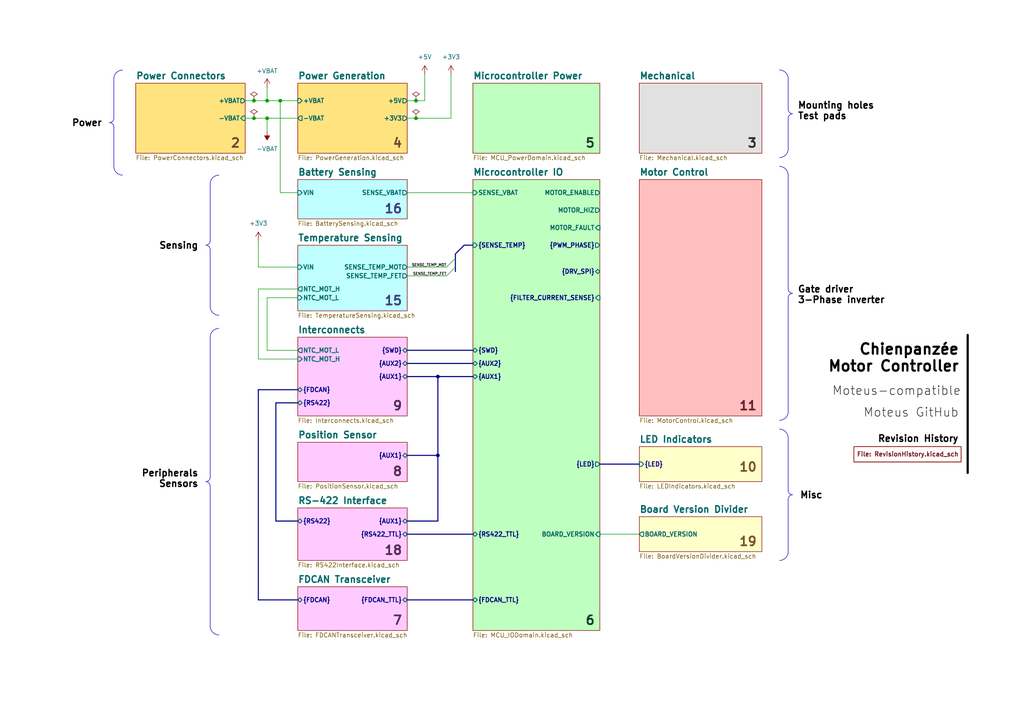
<source format=kicad_sch>
(kicad_sch (version 20230121) (generator eeschema)
  (paper "A4")
  (title_block (title "Controller Top Level") (date "2023-10-12") (company "EPFL Xplore") (comment 3 "Author: Vincent Nguyen"))
  (lib_symbols
    (symbol "0_power_symbols:+VBAT" (power) (pin_names (offset 0))
      (property "Value" "+VBAT" (at 0 3.556 0))
      (symbol "+VBAT_0_1"
        (polyline (pts (xy -0.762 1.27) (xy 0 2.54)))
        (polyline (pts (xy 0 0) (xy 0 2.54)))
        (polyline (pts (xy 0 2.54) (xy 0.762 1.27)))
      )
      (symbol "+VBAT_1_1"
        (pin power_in line (at 0 0 90) (length 0) hide (name "+VBAT") (number "1"))
      )
    )
    (symbol "0_power_symbols:-VBAT" (power) (pin_names (offset 0))
      (property "Value" "-VBAT" (at 0 3.81 0))
      (symbol "-VBAT_0_1"
        (polyline (pts (xy 0 0) (xy 0 1.27) (xy 0.762 1.27) (xy 0 2.54) (xy -0.762 1.27) (xy 0 1.27)) (fill (type outline)))
      )
      (symbol "-VBAT_1_0"
        (pin power_in line (at 0 0 90) (length 0) hide (name "-VBAT") (number "1"))
      )
    )
    (symbol "power:+3V3" (power) (pin_names (offset 0))
      (property "Value" "+3V3" (at 0 3.556 0))
      (symbol "+3V3_0_1"
        (polyline (pts (xy -0.762 1.27) (xy 0 2.54)))
        (polyline (pts (xy 0 0) (xy 0 2.54)))
        (polyline (pts (xy 0 2.54) (xy 0.762 1.27)))
      )
      (symbol "+3V3_1_1"
        (pin power_in line (at 0 0 90) (length 0) hide (name "+3V3") (number "1"))
      )
    )
    (symbol "power:+5V" (power) (pin_names (offset 0))
      (property "Value" "+5V" (at 0 3.556 0))
      (symbol "+5V_0_1"
        (polyline (pts (xy -0.762 1.27) (xy 0 2.54)))
        (polyline (pts (xy 0 0) (xy 0 2.54)))
        (polyline (pts (xy 0 2.54) (xy 0.762 1.27)))
      )
      (symbol "+5V_1_1"
        (pin power_in line (at 0 0 90) (length 0) hide (name "+5V") (number "1"))
      )
    )
    (symbol "power:PWR_FLAG" (power) (pin_numbers hide) (pin_names (offset 0) hide)
      (property "Value" "PWR_FLAG" (at 0 3.81 0))
      (symbol "PWR_FLAG_0_0"
        (pin power_out line (at 0 0 90) (length 0) (name "pwr") (number "1"))
      )
      (symbol "PWR_FLAG_0_1"
        (polyline (pts (xy 0 0) (xy 0 1.27) (xy -1.016 1.905) (xy 0 2.54) (xy 1.016 1.905) (xy 0 1.27)))
      )
    )
  )
  (bus_alias "FDCAN_TTL" (members "FDCAN_RX" "FDCAN_TX"))
  (bus_alias "AUX2" (members "AUX2_A" "AUX2_B" "AUX2_C" "AUX2_D" "AUX2_I2C_PULLUP"))
  (bus_alias "RS422" (members "RS422_A" "RS422_B" "RS422_Y" "RS422_Z"))
  (bus_alias "DRV_SPI" (members "DRC_SCLK" "DRV_MISO" "DRV_MOSI" "DRV_CS"))
  (bus_alias "AUX1" (members "AUX1_A" "AUX1_B" "AUX1_C" "AUX1_D" "AUX1_E" "AUX1_I2C_PULLUP" "POS_SENSOR_CS"))
  (bus_alias "FDCAN" (members "FDCAN_P" "FDCAN_N"))
  (bus_alias "LED" (members "LED1" "LED2"))
  (bus_alias "PWM_PHASE" (members "PWM_PHASEA" "PWM_PHASEB" "PWM_PHASEC"))
  (bus_alias "SENSE_TEMP" (members "SENSE_TEMP_MOT" "SENSE_TEMP_FET"))
  (bus_alias "RS422_TTL" (members "RS422_~{RE}" "RS422_DE"))
  (bus_alias "FILTER_CURRENT_SENSE" (members "FILTER_SOA" "FILTER_SOB" "FILTER_SOC"))
  (bus_alias "SWD" (members "SWCLK" "SWDIO" "NRST"))
  (junction (at 73.66 29.21))
  (junction (at 77.47 34.29))
  (junction (at 120.65 29.21))
  (junction (at 73.66 34.29))
  (junction (at 77.47 29.21))
  (junction (at 127 132.08))
  (junction (at 127 109.22))
  (junction (at 120.65 34.29))
  (junction (at 81.28 29.21))
  (bus_entry (at 129.54 77.47) (size 2.54 -2.54))
  (bus_entry (at 129.54 80.01) (size 2.54 -2.54))
  (wire (pts (xy 77.47 101.6) (xy 77.47 86.36)))
  (wire (pts (xy 118.11 55.88) (xy 137.16 55.88)))
  (bus (pts (xy 173.99 134.62) (xy 185.42 134.62)))
  (bus (pts (xy 132.08 73.66) (xy 132.08 74.93)))
  (wire (pts (xy 173.99 154.94) (xy 185.42 154.94)))
  (wire (pts (xy 73.66 34.29) (xy 77.47 34.29)))
  (polyline (pts (xy 228.6 142.24) (xy 228.6 127)))
  (wire (pts (xy 118.11 34.29) (xy 120.65 34.29)))
  (bus (pts (xy 132.08 74.93) (xy 132.08 77.47)))
  (polyline (pts (xy 60.96 69.85) (xy 60.96 53.34)))
  (wire (pts (xy 118.11 80.01) (xy 129.54 80.01)))
  (polyline (pts (xy 60.96 72.39) (xy 60.96 88.9)))
  (wire (pts (xy 77.47 86.36) (xy 86.36 86.36)))
  (bus (pts (xy 127 151.13) (xy 127 132.08)))
  (bus (pts (xy 127 109.22) (xy 127 132.08)))
  (wire (pts (xy 123.19 29.21) (xy 120.65 29.21)))
  (wire (pts (xy 74.93 104.14) (xy 74.93 83.82)))
  (bus (pts (xy 118.11 154.94) (xy 137.16 154.94)))
  (bus (pts (xy 118.11 109.22) (xy 127 109.22)))
  (wire (pts (xy 81.28 29.21) (xy 86.36 29.21)))
  (polyline (pts (xy 228.6 50.8) (xy 228.6 83.82)))
  (bus (pts (xy 127 132.08) (xy 118.11 132.08)))
  (polyline (pts (xy 33.02 34.29) (xy 33.02 22.86)))
  (wire (pts (xy 74.93 83.82) (xy 86.36 83.82)))
  (wire (pts (xy 120.65 29.21) (xy 118.11 29.21)))
  (wire (pts (xy 130.81 34.29) (xy 120.65 34.29)))
  (bus (pts (xy 86.36 173.99) (xy 74.93 173.99)))
  (polyline (pts (xy 280.67 97.155) (xy 280.67 137.16)) (stroke (width 0.635) (color 0 0 0 1)))
  (wire (pts (xy 73.66 29.21) (xy 71.12 29.21)))
  (wire (pts (xy 73.66 29.21) (xy 77.47 29.21)))
  (bus (pts (xy 118.11 105.41) (xy 137.16 105.41)))
  (bus (pts (xy 74.93 113.03) (xy 86.36 113.03)))
  (wire (pts (xy 73.66 34.29) (xy 71.12 34.29)))
  (wire (pts (xy 81.28 55.88) (xy 86.36 55.88)))
  (bus (pts (xy 118.11 151.13) (xy 127 151.13)))
  (wire (pts (xy 74.93 77.47) (xy 86.36 77.47)))
  (polyline (pts (xy 228.6 144.78) (xy 228.6 160.02)))
  (wire (pts (xy 74.93 69.85) (xy 74.93 77.47)))
  (wire (pts (xy 86.36 104.14) (xy 74.93 104.14)))
  (bus (pts (xy 134.62 71.12) (xy 137.16 71.12)))
  (bus (pts (xy 118.11 173.99) (xy 137.16 173.99)))
  (wire (pts (xy 77.47 34.29) (xy 86.36 34.29)))
  (wire (pts (xy 86.36 101.6) (xy 77.47 101.6)))
  (polyline (pts (xy 228.6 34.29) (xy 228.6 43.18)))
  (polyline (pts (xy 33.02 36.83) (xy 33.02 48.26)))
  (bus (pts (xy 118.11 101.6) (xy 137.16 101.6)))
  (wire (pts (xy 123.19 21.59) (xy 123.19 29.21)))
  (bus (pts (xy 80.01 151.13) (xy 86.36 151.13)))
  (polyline (pts (xy 228.6 86.36) (xy 228.6 119.38)))
  (polyline (pts (xy 60.96 140.97) (xy 60.96 181.61)))
  (bus (pts (xy 80.01 116.84) (xy 80.01 151.13)))
  (bus (pts (xy 86.36 116.84) (xy 80.01 116.84)))
  (bus (pts (xy 74.93 113.03) (xy 74.93 173.99)))
  (wire (pts (xy 77.47 25.4) (xy 77.47 29.21)))
  (wire (pts (xy 81.28 29.21) (xy 81.28 55.88)))
  (polyline (pts (xy 60.96 97.79) (xy 60.96 138.43)))
  (wire (pts (xy 118.11 77.47) (xy 129.54 77.47)))
  (bus (pts (xy 132.08 73.66) (xy 134.62 71.12)))
  (wire (pts (xy 77.47 29.21) (xy 81.28 29.21)))
  (bus (pts (xy 127 109.22) (xy 137.16 109.22)))
  (wire (pts (xy 77.47 34.29) (xy 77.47 38.1)))
  (bus (pts (xy 132.08 77.47) (xy 132.08 78.74)))
  (polyline (pts (xy 228.6 22.86) (xy 228.6 31.75)))
  (wire (pts (xy 130.81 21.59) (xy 130.81 34.29)))
  (arc (start 60.96 69.85) (mid 60.5848 70.7448) (end 59.69 71.12))
  (arc (start 60.96 138.43) (mid 60.5851 139.3251) (end 59.69 139.7))
  (arc (start 228.6 160.02) (mid 227.8546 161.8146) (end 226.06 162.56))
  (arc (start 31.75 35.56) (mid 32.6451 35.9349) (end 33.02 36.83))
  (arc (start 228.6 86.36) (mid 228.9749 85.4649) (end 229.87 85.09))
  (arc (start 59.69 139.7) (mid 60.5851 140.0749) (end 60.96 140.97))
  (arc (start 229.89 33) (mid 228.9949 32.6251) (end 228.62 31.73))
  (arc (start 226.08 20.3) (mid 227.8702 21.0498) (end 228.62 22.84))
  (arc (start 229.87 85.09) (mid 228.9749 84.7151) (end 228.6 83.82))
  (arc (start 63.5 91.44) (mid 61.7093 90.6907) (end 60.96 88.9))
  (arc (start 33.02 34.29) (mid 32.6451 35.1851) (end 31.75 35.56))
  (arc (start 226.06 48.26) (mid 227.8502 49.0098) (end 228.6 50.8))
  (arc (start 33.02 22.86) (mid 33.7654 21.0654) (end 35.56 20.32))
  (arc (start 228.62 119.36) (mid 227.8761 121.1561) (end 226.08 121.9))
  (arc (start 59.69 71.12) (mid 60.5848 71.4952) (end 60.96 72.39))
  (arc (start 226.06 124.46) (mid 227.8502 125.2098) (end 228.6 127))
  (arc (start 228.62 34.27) (mid 228.9949 33.3749) (end 229.89 33))
  (arc (start 35.56 50.8) (mid 33.7698 50.0502) (end 33.02 48.26))
  (arc (start 229.87 143.51) (mid 228.9749 143.1351) (end 228.6 142.24))
  (arc (start 60.96 53.34) (mid 61.7054 51.5454) (end 63.5 50.8))
  (arc (start 60.96 97.79) (mid 61.7054 95.9954) (end 63.5 95.25))
  (arc (start 63.5 184.15) (mid 61.7098 183.4002) (end 60.96 181.61))
  (arc (start 228.62 43.16) (mid 227.8761 44.9561) (end 226.08 45.7))
  (arc (start 228.6 144.78) (mid 228.9749 143.8849) (end 229.87 143.51))
  (text_box "Mounting holes\nTest pads" (at 229.87 27.94 0) (size 26.015 10.18) (stroke (width -0.0001)) (effects (font (size 1.905 1.905) (thickness 0.381) bold) (justify left top)))
  (text_box "Misc" (at 230.505 140.97 0) (size 13.335 5.08) (stroke (width -0.0001)) (effects (font (size 1.905 1.905) (thickness 0.381) bold) (justify left top)))
  (text_box "Chienpanzée Motor Controller" (at 237.49 97.155 0) (size 43.18 19.05) (stroke (width -0.0001)) (effects (font (size 3.048 3.048) (thickness 0.6096) bold) (justify right top)))
  (text_box "Gate driver\n3-Phase inverter" (at 229.87 81.28 0) (size 29.21 10.16) (stroke (width -0.0001)) (effects (font (size 1.905 1.905) (thickness 0.381) bold) (justify left top)))
  (text_box "Peripherals\nSensors" (at 39.37 134.62 0) (size 19.685 10.16) (stroke (width -0.0001)) (effects (font (size 1.905 1.905) (thickness 0.381) bold) (justify right top)))
  (text_box "Power" (at 17.78 33.02 0) (size 13.335 5.08) (stroke (width -0.0001)) (effects (font (size 1.905 1.905) (thickness 0.381) bold) (justify right top)))
  (text_box "Sensing" (at 45.72 68.58 0) (size 13.335 5.08) (stroke (width -0.0001)) (effects (font (size 1.905 1.905) (thickness 0.381) bold) (justify right top)))
  (text_box "Moteus-compatible" (at 240.03 109.855 0) (size 40.64 6.985) (stroke (width -0.0001)) (effects (font (size 2.54 2.54)) (justify right top)))
  (text "19" (at 219.71 158.75 0) (effects (font (size 2.54 2.54) bold) (justify right bottom)))
  (text "Moteus GitHub\n" (at 278.13 121.285 0) (effects (font (size 2.54 2.54)) (justify right bottom)))
  (text "6" (at 172.72 181.61 0) (effects (font (size 2.54 2.54) bold) (justify right bottom)))
  (text "8" (at 116.84 138.43 0) (effects (font (size 2.54 2.54) bold) (justify right bottom)))
  (text "5" (at 172.72 43.18 0) (effects (font (size 2.54 2.54) bold) (justify right bottom)))
  (text "File: RevisionHistory.kicad_sch" (at 278.13 132.715 0) (effects (font (size 1.27 1.27) bold) (justify right bottom)))
  (text "10" (at 219.71 137.16 0) (effects (font (size 2.54 2.54) bold) (justify right bottom)))
  (text "4" (at 116.84 43.18 0) (effects (font (size 2.54 2.54) bold) (justify right bottom)))
  (text "9" (at 116.84 119.38 0) (effects (font (size 2.54 2.54) bold) (justify right bottom)))
  (text "2" (at 69.85 43.18 0) (effects (font (size 2.54 2.54) bold) (justify right bottom)))
  (text "16" (at 116.84 62.23 0) (effects (font (size 2.54 2.54) bold) (justify right bottom)))
  (text "18" (at 116.84 161.29 0) (effects (font (size 2.54 2.54) bold) (justify right bottom)))
  (text "15" (at 116.84 88.9 0) (effects (font (size 2.54 2.54) bold) (justify right bottom)))
  (text "11" (at 219.71 119.38 0) (effects (font (size 2.54 2.54) bold) (justify right bottom)))
  (text "7" (at 116.84 181.61 0) (effects (font (size 2.54 2.54) bold) (justify right bottom)))
  (text "3" (at 219.71 43.18 0) (effects (font (size 2.54 2.54) bold) (justify right bottom)))
  (label "SENSE_TEMP_MOT" (at 129.54 77.47 180) (effects (font (size 0.762 0.762))))
  (label "SENSE_TEMP_FET" (at 129.54 80.01 180) (effects (font (size 0.762 0.762))))
  (symbol (lib_id "power:PWR_FLAG") (at 73.66 34.29 0) (unit 1)
    (property "Reference" "#FLG04" (effects hide))
    (property "Value" "PWR_FLAG" (effects hide))
  )
  (symbol (lib_id "power:PWR_FLAG") (at 120.65 29.21 0) (unit 1)
    (property "Reference" "#FLG01" (effects hide))
    (property "Value" "PWR_FLAG" (effects hide))
  )
  (symbol (lib_id "power:+3V3") (at 74.93 69.85 0) (unit 1)
    (property "Reference" "#PWR017" (effects hide))
    (property "Value" "+3V3" (at 74.93 64.77 0))
  )
  (symbol (lib_id "power:+5V") (at 123.19 21.59 0) (unit 1)
    (property "Reference" "#PWR01" (effects hide))
    (property "Value" "+5V" (at 123.19 16.51 0))
  )
  (symbol (lib_id "power:PWR_FLAG") (at 120.65 34.29 0) (unit 1)
    (property "Reference" "#FLG02" (effects hide))
    (property "Value" "PWR_FLAG" (effects hide))
  )
  (symbol (lib_id "0_power_symbols:+VBAT") (at 77.47 25.4 0) (unit 1)
    (property "Reference" "#PWR06" (effects hide))
    (property "Value" "+VBAT" (at 77.47 20.574 0))
  )
  (symbol (lib_id "power:+3V3") (at 130.81 21.59 0) (unit 1)
    (property "Reference" "#PWR02" (effects hide))
    (property "Value" "+3V3" (at 130.81 16.51 0))
  )
  (symbol (lib_id "power:PWR_FLAG") (at 73.66 29.21 0) (unit 1)
    (property "Reference" "#FLG03" (effects hide))
    (property "Value" "PWR_FLAG" (effects hide))
  )
  (symbol (lib_id "0_power_symbols:-VBAT") (at 77.47 38.1 180) (unit 1)
    (property "Reference" "#PWR07" (effects hide))
    (property "Value" "-VBAT" (at 77.47 43.18 0))
  )
  (sheet (at 137.16 24.13) (size 36.83 20.32) (stroke (width 0.1524)) (fill (color 128 255 128 0.5000))
    (property "Sheetname" "Microcontroller Power" (at 137.16 23.1009 0) (effects (font (size 1.905 1.905) bold) (justify left bottom)))
    (property "Sheetfile" "MCU_PowerDomain.kicad_sch" (at 137.16 45.0346 0) (effects (justify left top)))
  )
  (sheet (at 86.36 147.32) (size 31.75 15.24) (stroke (width 0.1524)) (fill (color 255 150 255 0.5000))
    (property "Sheetname" "RS-422 Interface" (at 86.36 146.2909 0) (effects (font (size 1.905 1.905) bold) (justify left bottom)))
    (property "Sheetfile" "RS422Interface.kicad_sch" (at 86.36 163.1446 0) (effects (justify left top)))
    (pin "{RS422_TTL}" bidirectional (at 118.11 154.94 0) (effects (font (thickness 0.254) bold)))
    (pin "{RS422}" bidirectional (at 86.36 151.13 180) (effects (font (thickness 0.254) bold)))
    (pin "{AUX1}" bidirectional (at 118.11 151.13 0) (effects (font (thickness 0.254) bold)))
  )
  (sheet (at 137.16 52.07) (size 36.83 130.81) (stroke (width 0.1524)) (fill (color 128 255 128 0.5000))
    (property "Sheetname" "Microcontroller IO" (at 137.16 51.0409 0) (effects (font (size 1.905 1.905) bold) (justify left bottom)))
    (property "Sheetfile" "MCU_IODomain.kicad_sch" (at 137.16 183.4646 0) (effects (justify left top)))
    (pin "{RS422_TTL}" bidirectional (at 137.16 154.94 180) (effects (font (thickness 0.254) bold)))
    (pin "{SWD}" bidirectional (at 137.16 101.6 180) (effects (font (thickness 0.254) bold)))
    (pin "{LED}" output (at 173.99 134.62 0) (effects (font (thickness 0.254) bold)))
    (pin "BOARD_VERSION" input (at 173.99 154.94 0) (effects (font (thickness 0.254) bold)))
    (pin "MOTOR_FAULT" input (at 173.99 66.04 0) (effects (font (thickness 0.254) bold)))
    (pin "MOTOR_ENABLE" output (at 173.99 55.88 0) (effects (font (thickness 0.254) bold)))
    (pin "MOTOR_HIZ" output (at 173.99 60.96 0) (effects (font (thickness 0.254) bold)))
    (pin "{FILTER_CURRENT_SENSE}" input (at 173.99 86.36 0) (effects (font (thickness 0.254) bold)))
    (pin "{PWM_PHASE}" output (at 173.99 71.12 0) (effects (font (thickness 0.254) bold)))
    (pin "{DRV_SPI}" bidirectional (at 173.99 78.74 0) (effects (font (thickness 0.254) bold)))
    (pin "{AUX1}" bidirectional (at 137.16 109.22 180) (effects (font (thickness 0.254) bold)))
    (pin "{AUX2}" bidirectional (at 137.16 105.41 180) (effects (font (thickness 0.254) bold)))
    (pin "{FDCAN_TTL}" bidirectional (at 137.16 173.99 180) (effects (font (thickness 0.254) bold)))
    (pin "{SENSE_TEMP}" input (at 137.16 71.12 180) (effects (font (thickness 0.254) bold)))
    (pin "SENSE_VBAT" input (at 137.16 55.88 180) (effects (font (thickness 0.254) bold)))
  )
  (sheet (at 185.42 129.54) (size 35.56 10.16) (stroke (width 0.1524)) (fill (color 255 255 150 0.5000))
    (property "Sheetname" "LED Indicators" (at 185.42 128.5109 0) (effects (font (size 1.905 1.905) bold) (justify left bottom)))
    (property "Sheetfile" "LEDIndicators.kicad_sch" (at 185.42 140.2846 0) (effects (justify left top)))
    (pin "{LED}" input (at 185.42 134.62 180) (effects (font (thickness 0.254) bold)))
  )
  (sheet (at 185.42 149.86) (size 35.56 10.16) (stroke (width 0.1524)) (fill (color 255 255 150 0.5000))
    (property "Sheetname" "Board Version Divider" (at 185.42 148.8309 0) (effects (font (size 1.905 1.905) bold) (justify left bottom)))
    (property "Sheetfile" "BoardVersionDivider.kicad_sch" (at 185.42 160.6046 0) (effects (justify left top)))
    (pin "BOARD_VERSION" output (at 185.42 154.94 180) (effects (font (thickness 0.254) bold)))
  )
  (sheet (at 86.36 52.07) (size 31.75 11.43) (stroke (width 0.1524)) (fill (color 128 255 255 0.5000))
    (property "Sheetname" "Battery Sensing" (at 86.36 51.0409 0) (effects (font (size 1.905 1.905) bold) (justify left bottom)))
    (property "Sheetfile" "BatterySensing.kicad_sch" (at 86.36 64.0846 0) (effects (justify left top)))
    (pin "VIN" input (at 86.36 55.88 180) (effects (font (thickness 0.254) bold)))
    (pin "SENSE_VBAT" output (at 118.11 55.88 0) (effects (font (thickness 0.254) bold)))
  )
  (sheet (at 86.36 170.18) (size 31.75 12.7) (stroke (width 0.1524)) (fill (color 255 150 255 0.5000))
    (property "Sheetname" "FDCAN Transceiver" (at 86.36 169.1509 0) (effects (font (size 1.905 1.905) bold) (justify left bottom)))
    (property "Sheetfile" "FDCANTransceiver.kicad_sch" (at 86.36 183.4646 0) (effects (justify left top)))
    (pin "{FDCAN_TTL}" bidirectional (at 118.11 173.99 0) (effects (font (thickness 0.254) bold)))
    (pin "{FDCAN}" bidirectional (at 86.36 173.99 180) (effects (font (thickness 0.254) bold)))
  )
  (sheet (at 39.37 24.13) (size 31.75 20.32) (stroke (width 0.1524)) (fill (color 255 200 0 0.5000))
    (property "Sheetname" "Power Connectors" (at 39.37 23.1009 0) (effects (font (size 1.905 1.905) bold) (justify left bottom)))
    (property "Sheetfile" "PowerConnectors.kicad_sch" (at 39.37 45.0346 0) (effects (justify left top)))
    (pin "-VBAT" input (at 71.12 34.29 0) (effects (font (thickness 0.254) bold)))
    (pin "+VBAT" output (at 71.12 29.21 0) (effects (font (thickness 0.254) bold)))
  )
  (sheet (at 185.42 52.07) (size 35.56 68.58) (stroke (width 0.1524)) (fill (color 255 128 128 0.5000))
    (property "Sheetname" "Motor Control" (at 185.42 51.0409 0) (effects (font (size 1.905 1.905) bold) (justify left bottom)))
    (property "Sheetfile" "MotorControl.kicad_sch" (at 185.42 121.2346 0) (effects (justify left top)))
  )
  (sheet (at 86.36 128.27) (size 31.75 11.43) (stroke (width 0.1524)) (fill (color 255 150 255 0.5000))
    (property "Sheetname" "Position Sensor" (at 86.36 127.2409 0) (effects (font (size 1.905 1.905) bold) (justify left bottom)))
    (property "Sheetfile" "PositionSensor.kicad_sch" (at 86.36 140.2846 0) (effects (justify left top)))
    (pin "{AUX1}" bidirectional (at 118.11 132.08 0) (effects (font (thickness 0.254) bold)))
  )
  (sheet (at 86.36 24.13) (size 31.75 20.32) (stroke (width 0.1524)) (fill (color 255 200 0 0.5000))
    (property "Sheetname" "Power Generation" (at 86.36 23.1009 0) (effects (font (size 1.905 1.905) bold) (justify left bottom)))
    (property "Sheetfile" "PowerGeneration.kicad_sch" (at 86.36 45.0346 0) (effects (justify left top)))
    (pin "-VBAT" output (at 86.36 34.29 180) (effects (font (thickness 0.254) bold)))
    (pin "+VBAT" input (at 86.36 29.21 180) (effects (font (thickness 0.254) bold)))
    (pin "+5V" output (at 118.11 29.21 0) (effects (font (thickness 0.254) bold)))
    (pin "+3V3" output (at 118.11 34.29 0) (effects (font (thickness 0.254) bold)))
  )
  (sheet (at 86.36 71.12) (size 31.75 19.05) (stroke (width 0.1524)) (fill (color 128 255 255 0.5000))
    (property "Sheetname" "Temperature Sensing" (at 86.36 70.0909 0) (effects (font (size 1.905 1.905) bold) (justify left bottom)))
    (property "Sheetfile" "TemperatureSensing.kicad_sch" (at 86.36 90.7546 0) (effects (justify left top)))
    (pin "SENSE_TEMP_MOT" output (at 118.11 77.47 0) (effects (font (thickness 0.254) bold)))
    (pin "VIN" input (at 86.36 77.47 180) (effects (font (thickness 0.254) bold)))
    (pin "SENSE_TEMP_FET" output (at 118.11 80.01 0) (effects (font (thickness 0.254) bold)))
    (pin "NTC_MOT_L" input (at 86.36 86.36 180) (effects (font (thickness 0.254) bold)))
    (pin "NTC_MOT_H" output (at 86.36 83.82 180) (effects (font (thickness 0.254) bold)))
  )
  (sheet (at 86.36 97.79) (size 31.75 22.86) (stroke (width 0.1524)) (fill (color 255 150 255 0.5000))
    (property "Sheetname" "Interconnects" (at 86.36 96.7609 0) (effects (font (size 1.905 1.905) bold) (justify left bottom)))
    (property "Sheetfile" "Interconnects.kicad_sch" (at 86.36 121.2346 0) (effects (justify left top)))
    (pin "NTC_MOT_H" input (at 86.36 104.14 180) (effects (font (thickness 0.254) bold)))
    (pin "NTC_MOT_L" output (at 86.36 101.6 180) (effects (font (thickness 0.254) bold)))
    (pin "{AUX2}" bidirectional (at 118.11 105.41 0) (effects (font (thickness 0.254) bold)))
    (pin "{AUX1}" bidirectional (at 118.11 109.22 0) (effects (font (thickness 0.254) bold)))
    (pin "{FDCAN}" bidirectional (at 86.36 113.03 180) (effects (font (thickness 0.254) bold)))
    (pin "{SWD}" bidirectional (at 118.11 101.6 0) (effects (font (thickness 0.254) bold)))
    (pin "{RS422}" bidirectional (at 86.36 116.84 180) (effects (font (thickness 0.254) bold)))
  )
  (sheet (at 247.65 129.54) (size 31.115 4.445) (stroke (width 0.1524)) (fill (color 255 255 255 0.0000))
    (property "Sheetname" "Revision History" (at 278.13 128.27 0) (effects (font (size 1.905 1.905) bold) (justify right bottom)))
    (property "Sheetfile" "RevisionHistory.kicad_sch" (effects hide))
  )
  (sheet (at 185.42 24.13) (size 35.56 20.32) (stroke (width 0.1524)) (fill (color 0 0 0 0.1200))
    (property "Sheetname" "Mechanical" (at 185.42 23.1009 0) (effects (font (size 1.905 1.905) bold) (justify left bottom)))
    (property "Sheetfile" "Mechanical.kicad_sch" (at 185.42 45.0346 0) (effects (justify left top)))
  )
)
</source>
